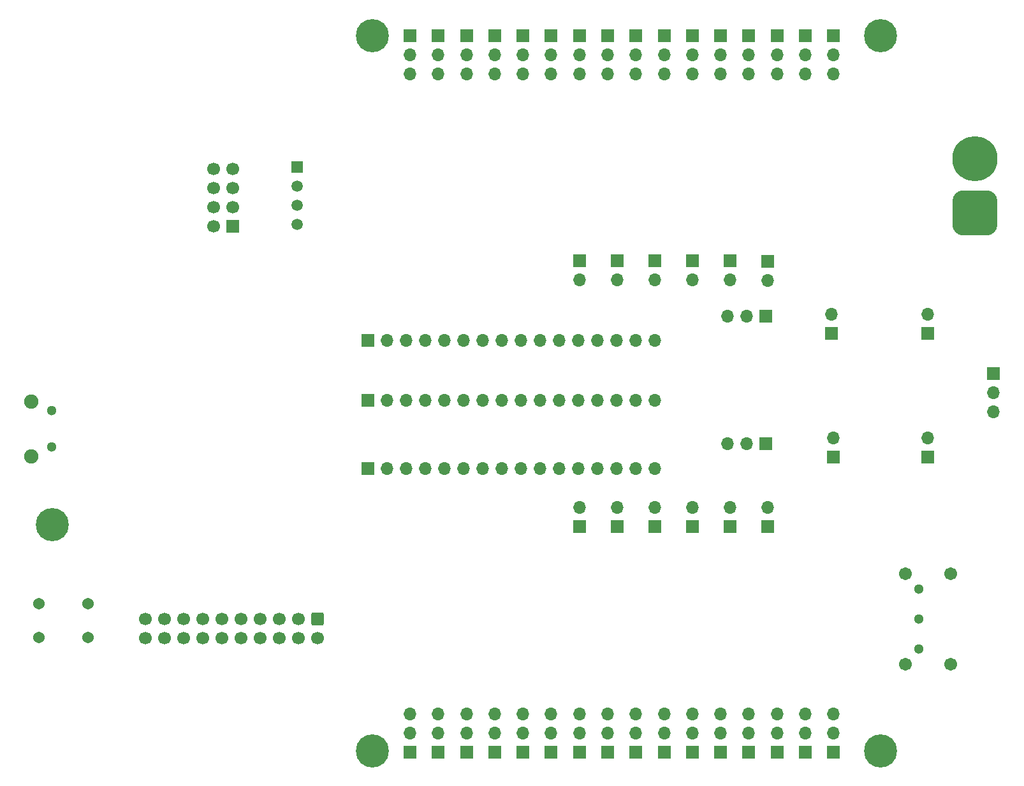
<source format=gbs>
G04 #@! TF.GenerationSoftware,KiCad,Pcbnew,7.0.5*
G04 #@! TF.CreationDate,2023-11-30T10:19:55+10:00*
G04 #@! TF.ProjectId,HEXCORE PCB Design v0,48455843-4f52-4452-9050-434220446573,rev?*
G04 #@! TF.SameCoordinates,Original*
G04 #@! TF.FileFunction,Soldermask,Bot*
G04 #@! TF.FilePolarity,Negative*
%FSLAX46Y46*%
G04 Gerber Fmt 4.6, Leading zero omitted, Abs format (unit mm)*
G04 Created by KiCad (PCBNEW 7.0.5) date 2023-11-30 10:19:55*
%MOMM*%
%LPD*%
G01*
G04 APERTURE LIST*
G04 Aperture macros list*
%AMRoundRect*
0 Rectangle with rounded corners*
0 $1 Rounding radius*
0 $2 $3 $4 $5 $6 $7 $8 $9 X,Y pos of 4 corners*
0 Add a 4 corners polygon primitive as box body*
4,1,4,$2,$3,$4,$5,$6,$7,$8,$9,$2,$3,0*
0 Add four circle primitives for the rounded corners*
1,1,$1+$1,$2,$3*
1,1,$1+$1,$4,$5*
1,1,$1+$1,$6,$7*
1,1,$1+$1,$8,$9*
0 Add four rect primitives between the rounded corners*
20,1,$1+$1,$2,$3,$4,$5,0*
20,1,$1+$1,$4,$5,$6,$7,0*
20,1,$1+$1,$6,$7,$8,$9,0*
20,1,$1+$1,$8,$9,$2,$3,0*%
G04 Aperture macros list end*
%ADD10R,1.700000X1.700000*%
%ADD11O,1.700000X1.700000*%
%ADD12C,4.400000*%
%ADD13R,1.500000X1.500000*%
%ADD14C,1.500000*%
%ADD15C,1.300000*%
%ADD16C,1.710000*%
%ADD17RoundRect,1.500000X1.500000X-1.500000X1.500000X1.500000X-1.500000X1.500000X-1.500000X-1.500000X0*%
%ADD18C,6.000000*%
%ADD19RoundRect,0.250000X-0.600000X0.600000X-0.600000X-0.600000X0.600000X-0.600000X0.600000X0.600000X0*%
%ADD20C,1.700000*%
%ADD21C,1.900000*%
%ADD22C,1.540000*%
G04 APERTURE END LIST*
D10*
X133750000Y-122660000D03*
D11*
X133750000Y-120120000D03*
X133750000Y-117580000D03*
D12*
X140000000Y-27500000D03*
D10*
X146250000Y-83500000D03*
D11*
X146250000Y-80960000D03*
D10*
X124750000Y-64750000D03*
D11*
X122210000Y-64750000D03*
X119670000Y-64750000D03*
D10*
X105000000Y-57460000D03*
D11*
X105000000Y-60000000D03*
D10*
X71900000Y-85000000D03*
D11*
X74440000Y-85000000D03*
X76980000Y-85000000D03*
X79520000Y-85000000D03*
X82060000Y-85000000D03*
X84600000Y-85000000D03*
X87140000Y-85000000D03*
X89680000Y-85000000D03*
X92220000Y-85000000D03*
X94760000Y-85000000D03*
X97300000Y-85000000D03*
X99840000Y-85000000D03*
X102380000Y-85000000D03*
X104920000Y-85000000D03*
X107460000Y-85000000D03*
X110000000Y-85000000D03*
D10*
X71900000Y-76000000D03*
D11*
X74440000Y-76000000D03*
X76980000Y-76000000D03*
X79520000Y-76000000D03*
X82060000Y-76000000D03*
X84600000Y-76000000D03*
X87140000Y-76000000D03*
X89680000Y-76000000D03*
X92220000Y-76000000D03*
X94760000Y-76000000D03*
X97300000Y-76000000D03*
X99840000Y-76000000D03*
X102380000Y-76000000D03*
X104920000Y-76000000D03*
X107460000Y-76000000D03*
X110000000Y-76000000D03*
D10*
X125000000Y-92700000D03*
D11*
X125000000Y-90160000D03*
D10*
X115000000Y-122660000D03*
D11*
X115000000Y-120120000D03*
X115000000Y-117580000D03*
D10*
X133750000Y-83500000D03*
D11*
X133750000Y-80960000D03*
D13*
X62500000Y-45000000D03*
D14*
X62500000Y-47540000D03*
X62500000Y-50080000D03*
X62500000Y-52620000D03*
D10*
X81250000Y-27500000D03*
D11*
X81250000Y-30040000D03*
X81250000Y-32580000D03*
D10*
X130000000Y-122660000D03*
D11*
X130000000Y-120120000D03*
X130000000Y-117580000D03*
D10*
X118750000Y-122660000D03*
D11*
X118750000Y-120120000D03*
X118750000Y-117580000D03*
D10*
X88750000Y-122660000D03*
D11*
X88750000Y-120120000D03*
X88750000Y-117580000D03*
D10*
X96250000Y-122660000D03*
D11*
X96250000Y-120120000D03*
X96250000Y-117580000D03*
D10*
X100000000Y-92700000D03*
D11*
X100000000Y-90160000D03*
D15*
X145052500Y-109000000D03*
X145052500Y-105000000D03*
X145052500Y-101000000D03*
D16*
X149302500Y-111000000D03*
X143302500Y-111000000D03*
X143302500Y-99000000D03*
X149302500Y-99000000D03*
D10*
X120000000Y-92700000D03*
D11*
X120000000Y-90160000D03*
D10*
X105000000Y-92700000D03*
D11*
X105000000Y-90160000D03*
D10*
X103750000Y-122660000D03*
D11*
X103750000Y-120120000D03*
X103750000Y-117580000D03*
D10*
X115000000Y-27515000D03*
D11*
X115000000Y-30055000D03*
X115000000Y-32595000D03*
D10*
X85000000Y-27500000D03*
D11*
X85000000Y-30040000D03*
X85000000Y-32580000D03*
D10*
X122500000Y-122660000D03*
D11*
X122500000Y-120120000D03*
X122500000Y-117580000D03*
D10*
X100000000Y-122660000D03*
D11*
X100000000Y-120120000D03*
X100000000Y-117580000D03*
D10*
X155000000Y-72420000D03*
D11*
X155000000Y-74960000D03*
X155000000Y-77500000D03*
D10*
X110000000Y-57460000D03*
D11*
X110000000Y-60000000D03*
D10*
X85000000Y-122660000D03*
D11*
X85000000Y-120120000D03*
X85000000Y-117580000D03*
D12*
X140000000Y-122500000D03*
D17*
X152500000Y-51100000D03*
D18*
X152500000Y-43900000D03*
D10*
X122500000Y-27500000D03*
D11*
X122500000Y-30040000D03*
X122500000Y-32580000D03*
D10*
X115000000Y-92700000D03*
D11*
X115000000Y-90160000D03*
D19*
X65240000Y-105000000D03*
D20*
X65240000Y-107540000D03*
X62700000Y-105000000D03*
X62700000Y-107540000D03*
X60160000Y-105000000D03*
X60160000Y-107540000D03*
X57620000Y-105000000D03*
X57620000Y-107540000D03*
X55080000Y-105000000D03*
X55080000Y-107540000D03*
X52540000Y-105000000D03*
X52540000Y-107540000D03*
X50000000Y-105000000D03*
X50000000Y-107540000D03*
X47460000Y-105000000D03*
X47460000Y-107540000D03*
X44920000Y-105000000D03*
X44920000Y-107540000D03*
X42380000Y-105000000D03*
X42380000Y-107540000D03*
D10*
X88750000Y-27500000D03*
D11*
X88750000Y-30040000D03*
X88750000Y-32580000D03*
D10*
X110000000Y-92700000D03*
D11*
X110000000Y-90160000D03*
D15*
X29930000Y-77325000D03*
X29930000Y-82175000D03*
D21*
X27250000Y-76125000D03*
X27250000Y-83375000D03*
D10*
X96250000Y-27500000D03*
D11*
X96250000Y-30040000D03*
X96250000Y-32580000D03*
D10*
X100000000Y-27500000D03*
D11*
X100000000Y-30040000D03*
X100000000Y-32580000D03*
D10*
X130000000Y-27515000D03*
D11*
X130000000Y-30055000D03*
X130000000Y-32595000D03*
D10*
X92500000Y-122660000D03*
D11*
X92500000Y-120120000D03*
X92500000Y-117580000D03*
D10*
X54000000Y-52870000D03*
D20*
X51460000Y-52870000D03*
X54000000Y-50330000D03*
X51460000Y-50330000D03*
X54000000Y-47790000D03*
X51460000Y-47790000D03*
X54000000Y-45250000D03*
X51460000Y-45250000D03*
D10*
X71900000Y-68000000D03*
D11*
X74440000Y-68000000D03*
X76980000Y-68000000D03*
X79520000Y-68000000D03*
X82060000Y-68000000D03*
X84600000Y-68000000D03*
X87140000Y-68000000D03*
X89680000Y-68000000D03*
X92220000Y-68000000D03*
X94760000Y-68000000D03*
X97300000Y-68000000D03*
X99840000Y-68000000D03*
X102380000Y-68000000D03*
X104920000Y-68000000D03*
X107460000Y-68000000D03*
X110000000Y-68000000D03*
D10*
X107500000Y-27500000D03*
D11*
X107500000Y-30040000D03*
X107500000Y-32580000D03*
D22*
X28250000Y-103000000D03*
X34750000Y-103000000D03*
X28250000Y-107500000D03*
X34750000Y-107500000D03*
D10*
X103750000Y-27500000D03*
D11*
X103750000Y-30040000D03*
X103750000Y-32580000D03*
D10*
X107500000Y-122660000D03*
D11*
X107500000Y-120120000D03*
X107500000Y-117580000D03*
D10*
X77500000Y-122660000D03*
D11*
X77500000Y-120120000D03*
X77500000Y-117580000D03*
D10*
X111250000Y-27500000D03*
D11*
X111250000Y-30040000D03*
X111250000Y-32580000D03*
D10*
X92500000Y-27500000D03*
D11*
X92500000Y-30040000D03*
X92500000Y-32580000D03*
D10*
X81250000Y-122660000D03*
D11*
X81250000Y-120120000D03*
X81250000Y-117580000D03*
D10*
X118750000Y-27515000D03*
D11*
X118750000Y-30055000D03*
X118750000Y-32595000D03*
D10*
X146250000Y-67040000D03*
D11*
X146250000Y-64500000D03*
D10*
X125000000Y-57500000D03*
D11*
X125000000Y-60040000D03*
D12*
X72500000Y-27500000D03*
D10*
X111250000Y-122660000D03*
D11*
X111250000Y-120120000D03*
X111250000Y-117580000D03*
D10*
X133750000Y-27500000D03*
D11*
X133750000Y-30040000D03*
X133750000Y-32580000D03*
D10*
X126250000Y-122685000D03*
D11*
X126250000Y-120145000D03*
X126250000Y-117605000D03*
D10*
X124750000Y-81750000D03*
D11*
X122210000Y-81750000D03*
X119670000Y-81750000D03*
D12*
X72500000Y-122500000D03*
D10*
X126250000Y-27500000D03*
D11*
X126250000Y-30040000D03*
X126250000Y-32580000D03*
D12*
X30000000Y-92500000D03*
D10*
X115000000Y-57460000D03*
D11*
X115000000Y-60000000D03*
D10*
X133500000Y-67040000D03*
D11*
X133500000Y-64500000D03*
D10*
X77500000Y-27500000D03*
D11*
X77500000Y-30040000D03*
X77500000Y-32580000D03*
D10*
X100000000Y-57460000D03*
D11*
X100000000Y-60000000D03*
D10*
X120000000Y-57460000D03*
D11*
X120000000Y-60000000D03*
M02*

</source>
